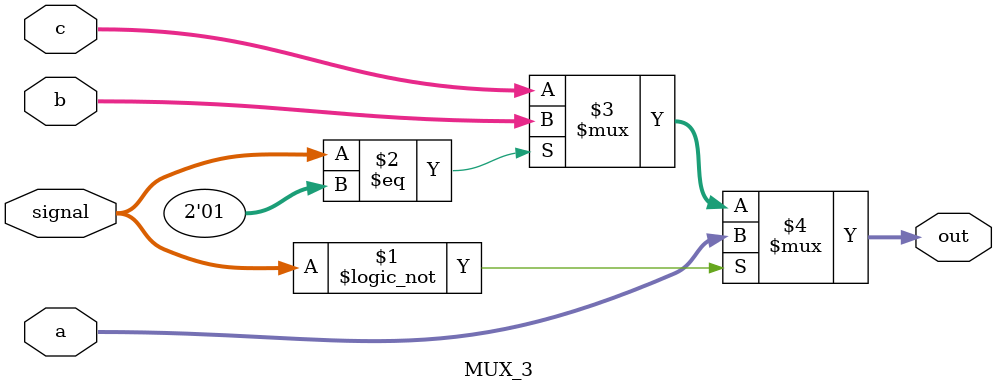
<source format=v>
module MUX_3(
    input [1:0] signal,
    input [31:0] a, b, c,

    output [31:0] out
);

assign out = (signal == 2'b00) ? a :
             (signal == 2'b01) ? b : c;

endmodule
</source>
